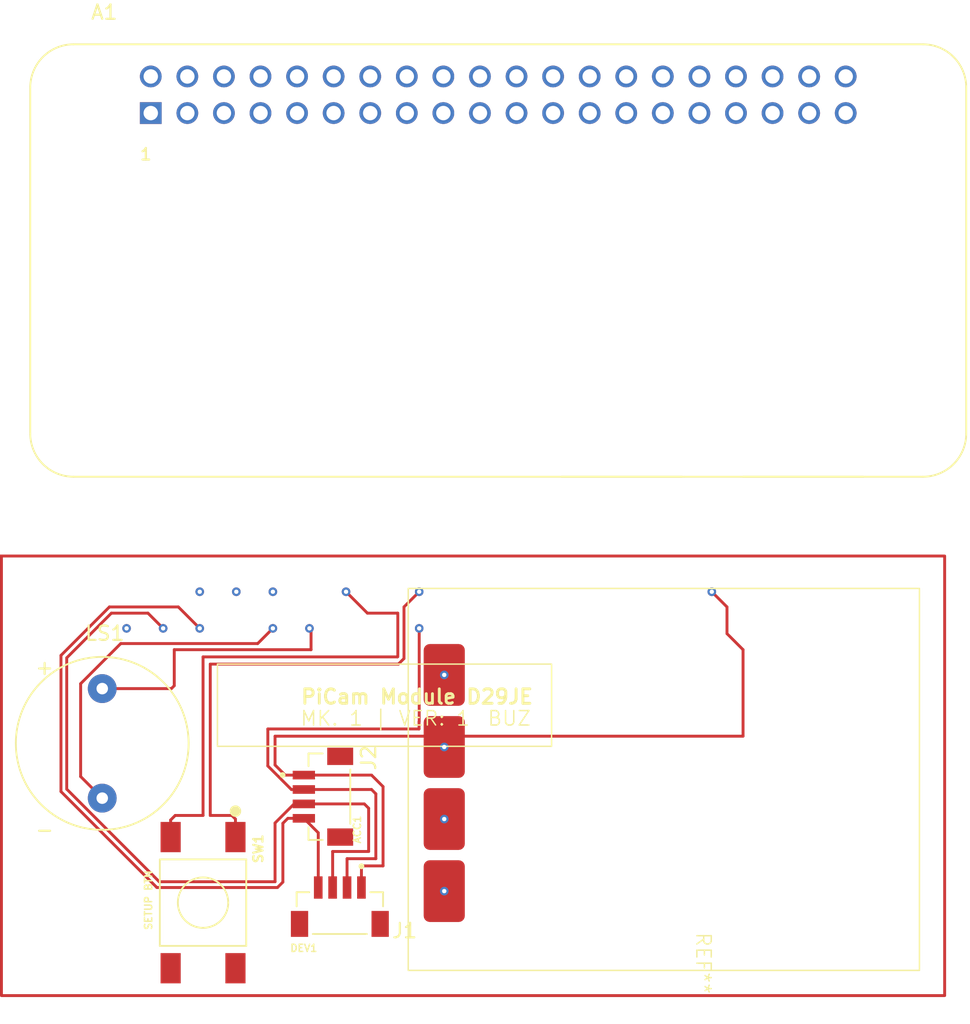
<source format=kicad_pcb>
(kicad_pcb (version 20241229) (generator "pcbnew") (generator_version "9.0")
  (layers (0 "F.Cu" signal) (2 "B.Cu" signal) (13 "F.Paste" user) (15 "B.Paste" user) (5 "F.SilkS" user "F.Silkscreen") (7 "B.SilkS" user "B.Silkscreen") (1 "F.Mask" user) (3 "B.Mask" user) (25 "Edge.Cuts" user))
  (net 0 "")
  (net 10 "Net-(A1-GPIO2{slash}SDA)")
  (net 11 "Net-(A1-GND[1])")
  (net 17 "Net-(A1-GND[4])")
  (net 18 "Net-(A1-GEN5{slash}GPIO24)")
  (net 28 "Net-(A1-GND[7])")
  (net 30 "Net-(A1-GPIO17{slash}GEN0)")
  (net 31 "Net-(A1-3V3[2])")
  (net 32 "Net-(A1-GPIO3{slash}SCL)")
  (net 36 "Net-(J1-SHIELD-PadSH1)")
  (net 37 "Net-(J2-SHIELD-PadSH1)")
  (net 40 "unconnected-(A1-GND[8]-Pad6)")
  (net 41 "unconnected-(A1-3V3[1]-Pad1)")
  (net 42 "unconnected-(A1-TXD0{slash}GPIO14-Pad8)")
  (net 43 "unconnected-(A1-RXD0{slash}GPIO15-Pad10)")
  (footprint "4328:ADAFRUIT_4328" (layer "F.Cu") (at 185 74.775 180)
    (property "Reference" "J1" (at -4.5 -1.225 0) (layer "F.SilkS"))
    (property "Value" "4328")
    (fp_line (start 3 1.45) (end 3 0.47) (stroke (width 0.127)) (layer "F.SilkS"))
    (fp_line (start 3 1.45) (end 2.12 1.45) (stroke (width 0.127)) (layer "F.SilkS"))
    (fp_line (start -1.88 -1.45) (end 1.88 -1.45) (stroke (width 0.127)) (layer "F.SilkS"))
    (fp_line (start -2.12 1.45) (end -3 1.45) (stroke (width 0.127)) (layer "F.SilkS"))
    (fp_line (start -3 1.45) (end -3 0.47) (stroke (width 0.127)) (layer "F.SilkS"))
    (fp_circle (center -1.5 3.25) (end -1.4 3.25) (stroke (width 0.2)) (fill no) (layer "F.SilkS"))
    (pad "1" smd rect (at -1.5 1.775 180) (size 0.6 1.55) (layers "F.Cu" "F.Mask" "F.Paste") (net 28 "Net-(A1-GND[7])"))
    (pad "2" smd rect (at -0.5 1.775 180) (size 0.6 1.55) (layers "F.Cu" "F.Mask" "F.Paste") (net 31 "Net-(A1-3V3[2])"))
    (pad "3" smd rect (at 0.5 1.775 180) (size 0.6 1.55) (layers "F.Cu" "F.Mask" "F.Paste") (net 10 "Net-(A1-GPIO2{slash}SDA)"))
    (pad "4" smd rect (at 1.5 1.775 180) (size 0.6 1.55) (layers "F.Cu" "F.Mask" "F.Paste") (net 32 "Net-(A1-GPIO3{slash}SCL)"))
    (pad "SH1" smd rect (at -2.8 -0.75 180) (size 1.2 1.8) (layers "F.Cu" "F.Mask" "F.Paste") (net 36 "Net-(J1-SHIELD-PadSH1)"))
    (pad "SH2" smd rect (at 2.8 -0.75 180) (size 1.2 1.8) (layers "F.Cu" "F.Mask" "F.Paste") (net 36 "Net-(J1-SHIELD-PadSH1)"))
  )
  (footprint "CMI-1295IC-0385T:CUI_CMI-1295IC-0385T" (layer "F.Cu") (at 168.5 63)
    (property "Reference" "LS1" (at 0.175 -7.635 0) (layer "F.SilkS"))
    (property "Value" "CMI-1295IC-0385T")
    (fp_circle (center 0 0) (end 6 0) (stroke (width 0.127)) (fill no) (layer "F.SilkS"))
    (fp_text user "-" (at -4 5.99 0) (layer "F.SilkS"))
    (fp_text user "+" (at -4 -5.27 0) (layer "F.SilkS"))
    (pad "N" thru_hole circle (at 0 3.8) (size 2 2) (drill 0.8) (layers "*.Cu" "*.Mask") (net 11 "Net-(A1-GND[1])"))
    (pad "P" thru_hole circle (at 0 -3.8) (size 2 2) (drill 0.8) (layers "*.Cu" "*.Mask") (net 30 "Net-(A1-GPIO17{slash}GEN0)"))
  )
  (footprint "RASPBERRYPI-ZERO:RASPBERRYPI-ZERO_RPI-ZERO" (layer "F.Cu") (at 196 18)
    (property "Reference" "A1" (at -27.3566 -5.72581 0) (layer "F.SilkS") (effects (font (size 1.00189 1.00189))))
    (property "Value" "RASPBERRYPI-ZERO")
    (fp_line (start -32.5 -0.5) (end -32.5 23.5) (stroke (width 0.127)) (layer "F.SilkS"))
    (fp_line (start -29.5 26.5) (end 29.5 26.5) (stroke (width 0.127)) (layer "F.SilkS"))
    (fp_line (start 4.4 26.5) (end 12.75 26.5) (stroke (width 0.127)) (layer "F.SilkS"))
    (fp_line (start 17 26.5) (end 25.35 26.5) (stroke (width 0.127)) (layer "F.SilkS"))
    (fp_line (start 29.5 -3.5) (end -29.5 -3.5) (stroke (width 0.127)) (layer "F.SilkS"))
    (fp_line (start 32.5 23.5) (end 32.5 -0.5) (stroke (width 0.127)) (layer "F.SilkS"))
    (fp_arc (start -32.5 -0.5) (mid -31.62132 -2.62132) (end -29.5 -3.5) (stroke (width 0.127)) (layer "F.SilkS"))
    (fp_arc (start -29.5 26.5) (mid -31.62132 25.62132) (end -32.5 23.5) (stroke (width 0.127)) (layer "F.SilkS"))
    (fp_arc (start 29.5 -3.5) (mid 31.62132 -2.62132) (end 32.5 -0.5) (stroke (width 0.127)) (layer "F.SilkS"))
    (fp_arc (start 32.5 23.5) (mid 31.62132 25.62132) (end 29.5 26.5) (stroke (width 0.127)) (layer "F.SilkS"))
    (fp_text user "1" (at -24.4727 4.13175 0) (layer "F.SilkS") (effects (font (size 0.800827 0.800827))))
    (pad "" np_thru_hole circle (at -29 0) (size 2.75 2.75) (drill 2.75) (layers "*.Cu" "*.Mask"))
    (pad "" np_thru_hole circle (at -29 23) (size 2.75 2.75) (drill 2.75) (layers "*.Cu" "*.Mask"))
    (pad "" np_thru_hole circle (at 29 0) (size 2.75 2.75) (drill 2.75) (layers "*.Cu" "*.Mask"))
    (pad "" np_thru_hole circle (at 29 23) (size 2.75 2.75) (drill 2.75) (layers "*.Cu" "*.Mask"))
    (pad "1" thru_hole rect (at -24.13 1.27) (size 1.508 1.508) (drill 1) (layers "*.Cu" "*.Mask") (net 41 "unconnected-(A1-3V3[1]-Pad1)"))
    (pad "2" thru_hole circle (at -24.13 -1.27) (size 1.508 1.508) (drill 1) (layers "*.Cu" "*.Mask"))
    (pad "3" thru_hole circle (at -21.59 1.27) (size 1.508 1.508) (drill 1) (layers "*.Cu" "*.Mask") (net 10 "Net-(A1-GPIO2{slash}SDA)"))
    (pad "4" thru_hole circle (at -21.59 -1.27) (size 1.508 1.508) (drill 1) (layers "*.Cu" "*.Mask"))
    (pad "5" thru_hole circle (at -19.05 1.27) (size 1.508 1.508) (drill 1) (layers "*.Cu" "*.Mask") (net 32 "Net-(A1-GPIO3{slash}SCL)"))
    (pad "6" thru_hole circle (at -19.05 -1.27) (size 1.508 1.508) (drill 1) (layers "*.Cu" "*.Mask") (net 40 "unconnected-(A1-GND[8]-Pad6)"))
    (pad "7" thru_hole circle (at -16.51 1.27) (size 1.508 1.508) (drill 1) (layers "*.Cu" "*.Mask"))
    (pad "8" thru_hole circle (at -16.51 -1.27) (size 1.508 1.508) (drill 1) (layers "*.Cu" "*.Mask") (net 42 "unconnected-(A1-TXD0{slash}GPIO14-Pad8)"))
    (pad "9" thru_hole circle (at -13.97 1.27) (size 1.508 1.508) (drill 1) (layers "*.Cu" "*.Mask") (net 11 "Net-(A1-GND[1])"))
    (pad "10" thru_hole circle (at -13.97 -1.27) (size 1.508 1.508) (drill 1) (layers "*.Cu" "*.Mask") (net 43 "unconnected-(A1-RXD0{slash}GPIO15-Pad10)"))
    (pad "11" thru_hole circle (at -11.43 1.27) (size 1.508 1.508) (drill 1) (layers "*.Cu" "*.Mask") (net 30 "Net-(A1-GPIO17{slash}GEN0)"))
    (pad "12" thru_hole circle (at -11.43 -1.27) (size 1.508 1.508) (drill 1) (layers "*.Cu" "*.Mask"))
    (pad "13" thru_hole circle (at -8.89 1.27) (size 1.508 1.508) (drill 1) (layers "*.Cu" "*.Mask"))
    (pad "14" thru_hole circle (at -8.89 -1.27) (size 1.508 1.508) (drill 1) (layers "*.Cu" "*.Mask") (net 17 "Net-(A1-GND[4])"))
    (pad "15" thru_hole circle (at -6.35 1.27) (size 1.508 1.508) (drill 1) (layers "*.Cu" "*.Mask"))
    (pad "16" thru_hole circle (at -6.35 -1.27) (size 1.508 1.508) (drill 1) (layers "*.Cu" "*.Mask"))
    (pad "17" thru_hole circle (at -3.81 1.27) (size 1.508 1.508) (drill 1) (layers "*.Cu" "*.Mask") (net 31 "Net-(A1-3V3[2])"))
    (pad "18" thru_hole circle (at -3.81 -1.27) (size 1.508 1.508) (drill 1) (layers "*.Cu" "*.Mask") (net 18 "Net-(A1-GEN5{slash}GPIO24)"))
    (pad "19" thru_hole circle (at -1.27 1.27) (size 1.508 1.508) (drill 1) (layers "*.Cu" "*.Mask"))
    (pad "20" thru_hole circle (at -1.27 -1.27) (size 1.508 1.508) (drill 1) (layers "*.Cu" "*.Mask"))
    (pad "21" thru_hole circle (at 1.27 1.27) (size 1.508 1.508) (drill 1) (layers "*.Cu" "*.Mask"))
    (pad "22" thru_hole circle (at 1.27 -1.27) (size 1.508 1.508) (drill 1) (layers "*.Cu" "*.Mask"))
    (pad "23" thru_hole circle (at 3.81 1.27) (size 1.508 1.508) (drill 1) (layers "*.Cu" "*.Mask"))
    (pad "24" thru_hole circle (at 3.81 -1.27) (size 1.508 1.508) (drill 1) (layers "*.Cu" "*.Mask"))
    (pad "25" thru_hole circle (at 6.35 1.27) (size 1.508 1.508) (drill 1) (layers "*.Cu" "*.Mask"))
    (pad "26" thru_hole circle (at 6.35 -1.27) (size 1.508 1.508) (drill 1) (layers "*.Cu" "*.Mask"))
    (pad "27" thru_hole circle (at 8.89 1.27) (size 1.508 1.508) (drill 1) (layers "*.Cu" "*.Mask"))
    (pad "28" thru_hole circle (at 8.89 -1.27) (size 1.508 1.508) (drill 1) (layers "*.Cu" "*.Mask"))
    (pad "29" thru_hole circle (at 11.43 1.27) (size 1.508 1.508) (drill 1) (layers "*.Cu" "*.Mask"))
    (pad "30" thru_hole circle (at 11.43 -1.27) (size 1.508 1.508) (drill 1) (layers "*.Cu" "*.Mask"))
    (pad "31" thru_hole circle (at 13.97 1.27) (size 1.508 1.508) (drill 1) (layers "*.Cu" "*.Mask"))
    (pad "32" thru_hole circle (at 13.97 -1.27) (size 1.508 1.508) (drill 1) (layers "*.Cu" "*.Mask"))
    (pad "33" thru_hole circle (at 16.51 1.27) (size 1.508 1.508) (drill 1) (layers "*.Cu" "*.Mask"))
    (pad "34" thru_hole circle (at 16.51 -1.27) (size 1.508 1.508) (drill 1) (layers "*.Cu" "*.Mask") (net 28 "Net-(A1-GND[7])"))
    (pad "35" thru_hole circle (at 19.05 1.27) (size 1.508 1.508) (drill 1) (layers "*.Cu" "*.Mask"))
    (pad "36" thru_hole circle (at 19.05 -1.27) (size 1.508 1.508) (drill 1) (layers "*.Cu" "*.Mask"))
    (pad "37" thru_hole circle (at 21.59 1.27) (size 1.508 1.508) (drill 1) (layers "*.Cu" "*.Mask"))
    (pad "38" thru_hole circle (at 21.59 -1.27) (size 1.508 1.508) (drill 1) (layers "*.Cu" "*.Mask"))
    (pad "39" thru_hole circle (at 24.13 1.27) (size 1.508 1.508) (drill 1) (layers "*.Cu" "*.Mask"))
    (pad "40" thru_hole circle (at 24.13 -1.27) (size 1.508 1.508) (drill 1) (layers "*.Cu" "*.Mask"))
  )
  (footprint "4328:ADAFRUIT_4328" (layer "F.Cu") (at 184.275 66.7 -90)
    (property "Reference" "J2" (at -2.7 -2.725 270) (layer "F.SilkS"))
    (property "Value" "4328")
    (fp_line (start -3 1.45) (end -3 0.47) (stroke (width 0.127)) (layer "F.SilkS"))
    (fp_line (start -2.12 1.45) (end -3 1.45) (stroke (width 0.127)) (layer "F.SilkS"))
    (fp_line (start 3 1.45) (end 2.12 1.45) (stroke (width 0.127)) (layer "F.SilkS"))
    (fp_line (start 3 1.45) (end 3 0.47) (stroke (width 0.127)) (layer "F.SilkS"))
    (fp_line (start -1.88 -1.45) (end 1.88 -1.45) (stroke (width 0.127)) (layer "F.SilkS"))
    (fp_circle (center -1.5 3.25) (end -1.4 3.25) (stroke (width 0.2)) (fill no) (layer "F.SilkS"))
    (pad "1" smd rect (at -1.5 1.775 270) (size 0.6 1.55) (layers "F.Cu" "F.Mask" "F.Paste") (net 28 "Net-(A1-GND[7])"))
    (pad "2" smd rect (at -0.5 1.775 270) (size 0.6 1.55) (layers "F.Cu" "F.Mask" "F.Paste") (net 31 "Net-(A1-3V3[2])"))
    (pad "3" smd rect (at 0.5 1.775 270) (size 0.6 1.55) (layers "F.Cu" "F.Mask" "F.Paste") (net 10 "Net-(A1-GPIO2{slash}SDA)"))
    (pad "4" smd rect (at 1.5 1.775 270) (size 0.6 1.55) (layers "F.Cu" "F.Mask" "F.Paste") (net 32 "Net-(A1-GPIO3{slash}SCL)"))
    (pad "SH1" smd rect (at -2.8 -0.75 270) (size 1.2 1.8) (layers "F.Cu" "F.Mask" "F.Paste") (net 37 "Net-(J2-SHIELD-PadSH1)"))
    (pad "SH2" smd rect (at 2.8 -0.75 270) (size 1.2 1.8) (layers "F.Cu" "F.Mask" "F.Paste") (net 37 "Net-(J2-SHIELD-PadSH1)"))
  )
  (footprint "4-1437565-9:TE_4-1437565-9" (layer "F.Cu") (at 175.5 74.05 -90)
    (property "Reference" "SW1" (at -3.73894 -3.836066 90) (layer "F.SilkS") (effects (font (size 0.642214 0.642214))))
    (property "Value" "4-1437565-9")
    (fp_line (start -2.99212 3) (end 3 3) (stroke (width 0.127)) (layer "F.SilkS"))
    (fp_line (start 3 3) (end 3 -3) (stroke (width 0.127)) (layer "F.SilkS"))
    (fp_line (start -3 -3) (end -2.99974 2.9972) (stroke (width 0.127)) (layer "F.SilkS"))
    (fp_line (start 3 -3) (end -3 -3) (stroke (width 0.127)) (layer "F.SilkS"))
    (fp_circle (center 0 0) (end 1.75 0) (stroke (width 0.127)) (fill no) (layer "F.SilkS"))
    (fp_circle (center -6.35 -2.25) (end -6.15 -2.25) (stroke (width 0.4)) (fill no) (layer "F.SilkS"))
    (pad "1" smd rect (at -4.55 -2.25 270) (size 2.1 1.4) (layers "F.Cu" "F.Mask" "F.Paste") (net 18 "Net-(A1-GEN5{slash}GPIO24)"))
    (pad "2" smd rect (at 4.55 -2.25 270) (size 2.1 1.4) (layers "F.Cu" "F.Mask" "F.Paste"))
    (pad "3" smd rect (at -4.55 2.25 270) (size 2.1 1.4) (layers "F.Cu" "F.Mask" "F.Paste") (net 17 "Net-(A1-GND[4])"))
    (pad "4" smd rect (at 4.55 2.25 270) (size 2.1 1.4) (layers "F.Cu" "F.Mask" "F.Paste"))
  )
  (footprint "GPS-MODULE:gy-gps6mv2_gps_module" (layer "F.Cu") (at 209.75 78.25 -90)
    (property "Reference" "REF**" (at 0 -0.5 270) (layer "F.SilkS") (effects (font (thickness 0.1))))
    (property "Value" "GPSModule")
    (fp_rect (start -26 -15.5) (end 0.5 20) (stroke (width 0.1)) (fill no) (layer "F.SilkS"))
    (pad "1" smd roundrect (at -20 17.5 270) (size 4.28625 2.8575) (layers "F.Cu" "F.Mask" "F.Paste") (roundrect_rratio 0.15))
    (pad "2" smd roundrect (at -15 17.5 270) (size 4.28625 2.8575) (layers "F.Cu" "F.Mask" "F.Paste") (roundrect_rratio 0.15))
    (pad "3" smd roundrect (at -10 17.5 270) (size 4.28625 2.8575) (layers "F.Cu" "F.Mask" "F.Paste") (roundrect_rratio 0.15))
    (pad "4" smd roundrect (at -5 17.5 270) (size 4.28625 2.8575) (layers "F.Cu" "F.Mask" "F.Paste") (roundrect_rratio 0.15))
  )
  (gr_rect (start 161.5 50) (end 227 80.5) (stroke (width 0.2)) (fill no) (layer "F.Cu"))
  (gr_rect (start 176.5 57.5) (end 199.70316 63.20316) (stroke (width 0.1)) (fill no) (layer "F.SilkS"))
  (gr_text "DEV1" (at 181.5 77.5 0) (layer "F.SilkS") (effects (font (size 0.5 0.5) (thickness 0.1)) (justify left bottom)))
  (gr_text "ACC1" (at 186.5 70 90) (layer "F.SilkS") (effects (font (size 0.5 0.5) (thickness 0.1)) (justify left bottom)))
  (gr_text "PiCam Module D29JE" (at 182.20316 60.35158 0) (layer "F.SilkS") (effects (font (size 1 1) (thickness 0.2) (bold yes)) (justify left bottom)))
  (gr_text "MK. 1 | VER: 1" (at 182.20316 61.85158 0) (layer "F.SilkS") (effects (font (size 1 1) (thickness 0.1)) (justify left bottom)))
  (gr_text "SETUP BTN" (at 172 76 90) (layer "F.SilkS") (effects (font (size 0.5 0.5) (thickness 0.1)) (justify left bottom)))
  (gr_text "BUZ" (at 195.20316 61.85158 0) (layer "F.SilkS") (effects (font (size 1 1) (thickness 0.1)) (justify left bottom)))
  (via (at 192.25 68.25) (size 0.6) (drill 0.3) (layers "F.Cu" "B.Cu") (net 0))
  (via (at 192.25 73.25) (size 0.6) (drill 0.3) (layers "F.Cu" "B.Cu") (net 0))
  (via (at 192.25 58.25) (size 0.6) (drill 0.3) (layers "F.Cu" "B.Cu") (net 0))
  (segment (start 182.5 67.2) (end 181.823 67.2) (width 0.2) (layer "F.Cu") (net 10))
  (segment (start 184.5 70.5) (end 187 70.5) (width 0.2) (layer "F.Cu") (net 10))
  (segment (start 166.034933 66.174825) (end 166.034933 57.065067) (width 0.2) (layer "F.Cu") (net 10))
  (segment (start 184.5 73) (end 184.5 70.5) (width 0.2) (layer "F.Cu") (net 10))
  (segment (start 166.034933 57.065067) (end 169.135 53.965) (width 0.2) (layer "F.Cu") (net 10))
  (segment (start 187 67.5) (end 186.7 67.2) (width 0.2) (layer "F.Cu") (net 10))
  (segment (start 187 70.5) (end 187 67.5) (width 0.2) (layer "F.Cu") (net 10))
  (segment (start 181.823 67.2) (end 180.5 68.523) (width 0.2) (layer "F.Cu") (net 10))
  (segment (start 180.5 68.523) (end 180.5 72.6) (width 0.2) (layer "F.Cu") (net 10))
  (segment (start 171.675 53.965) (end 172.73 55.02) (width 0.2) (layer "F.Cu") (net 10))
  (segment (start 180.5 72.6) (end 172.460108 72.6) (width 0.2) (layer "F.Cu") (net 10))
  (segment (start 172.460108 72.6) (end 166.034933 66.174825) (width 0.2) (layer "F.Cu") (net 10))
  (segment (start 186.7 67.2) (end 182.5 67.2) (width 0.2) (layer "F.Cu") (net 10))
  (segment (start 169.135 53.965) (end 171.675 53.965) (width 0.2) (layer "F.Cu") (net 10))
  (via (at 172.73 55.02) (size 0.6) (drill 0.3) (layers "F.Cu" "B.Cu") (net 10))
  (segment (start 179.295 56.075) (end 180.35 55.02) (width 0.2) (layer "F.Cu") (net 11))
  (segment (start 167 65.3) (end 167 58.860108) (width 0.2) (layer "F.Cu") (net 11))
  (segment (start 169.785108 56.075) (end 179.295 56.075) (width 0.2) (layer "F.Cu") (net 11))
  (segment (start 168.5 66.8) (end 167 65.3) (width 0.2) (layer "F.Cu") (net 11))
  (segment (start 167 58.860108) (end 169.785108 56.075) (width 0.2) (layer "F.Cu") (net 11))
  (via (at 180.35 55.02) (size 0.6) (drill 0.3) (layers "F.Cu" "B.Cu") (net 11))
  (segment (start 186.915 53.965) (end 185.43 52.48) (width 0.2) (layer "F.Cu") (net 17))
  (segment (start 186.915 53.965) (end 189.019 53.965) (width 0.2) (layer "F.Cu") (net 17))
  (segment (start 189.027 56.973) (end 189.027 53.973) (width 0.2) (layer "F.Cu") (net 17))
  (segment (start 189 57) (end 189.027 56.973) (width 0.2) (layer "F.Cu") (net 17))
  (segment (start 175.5 57) (end 189 57) (width 0.2) (layer "F.Cu") (net 17))
  (segment (start 175.5 68) (end 175.5 57) (width 0.2) (layer "F.Cu") (net 17))
  (segment (start 173.5671 68) (end 175.5 68) (width 0.2) (layer "F.Cu") (net 17))
  (segment (start 173.25 69.5) (end 173.25 68.3171) (width 0.2) (layer "F.Cu") (net 17))
  (segment (start 173.25 68.3171) (end 173.5671 68) (width 0.2) (layer "F.Cu") (net 17))
  (segment (start 189.019 53.965) (end 189.027 53.973) (width 0.2) (layer "F.Cu") (net 17))
  (via (at 185.43 52.48) (size 0.6) (drill 0.3) (layers "F.Cu" "B.Cu") (net 17))
  (segment (start 177.5 68) (end 176 68) (width 0.2) (layer "F.Cu") (net 18))
  (segment (start 176 68) (end 176 57.5) (width 0.2) (layer "F.Cu") (net 18))
  (segment (start 189.455 57.1121) (end 189.455 53.535) (width 0.2) (layer "F.Cu") (net 18))
  (segment (start 189.0671 57.5) (end 189.455 57.1121) (width 0.2) (layer "F.Cu") (net 18))
  (segment (start 176 57.5) (end 189.0671 57.5) (width 0.2) (layer "F.Cu") (net 18))
  (segment (start 177.75 69.5) (end 178 69.25) (width 0.2) (layer "F.Cu") (net 18))
  (segment (start 177.75 68.25) (end 177.5 68) (width 0.2) (layer "F.Cu") (net 18))
  (segment (start 189.455 53.535) (end 190.51 52.48) (width 0.2) (layer "F.Cu") (net 18))
  (segment (start 177.75 69.5) (end 177.75 68.25) (width 0.2) (layer "F.Cu") (net 18))
  (via (at 190.51 52.48) (size 0.6) (drill 0.3) (layers "F.Cu" "B.Cu") (net 18))
  (segment (start 188 71.5) (end 188 66) (width 0.2) (layer "F.Cu") (net 28))
  (segment (start 180.5 64.5) (end 180.5 62.5) (width 0.2) (layer "F.Cu") (net 28))
  (segment (start 211.885 53.535) (end 210.83 52.48) (width 0.2) (layer "F.Cu") (net 28))
  (segment (start 182.5 65.2) (end 181.2 65.2) (width 0.2) (layer "F.Cu") (net 28))
  (segment (start 188 66) (end 187.2 65.2) (width 0.2) (layer "F.Cu") (net 28))
  (segment (start 186.5 71.5) (end 188 71.5) (width 0.2) (layer "F.Cu") (net 28))
  (segment (start 181.2 65.2) (end 180.5 64.5) (width 0.2) (layer "F.Cu") (net 28))
  (segment (start 213 62.5) (end 213 56.5) (width 0.2) (layer "F.Cu") (net 28))
  (segment (start 211.885 55.385) (end 211.885 53.535) (width 0.2) (layer "F.Cu") (net 28))
  (segment (start 213 56.5) (end 211.885 55.385) (width 0.2) (layer "F.Cu") (net 28))
  (segment (start 180.5 62.5) (end 213 62.5) (width 0.2) (layer "F.Cu") (net 28))
  (segment (start 187.2 65.2) (end 182.5 65.2) (width 0.2) (layer "F.Cu") (net 28))
  (segment (start 186.5 73) (end 186.5 71.5) (width 0.2) (layer "F.Cu") (net 28))
  (via (at 192.25 63.25) (size 0.6) (drill 0.3) (layers "F.Cu" "B.Cu") (net 28))
  (via (at 210.83 52.48) (size 0.6) (drill 0.3) (layers "F.Cu" "B.Cu") (net 28))
  (segment (start 173.5 56.5) (end 183 56.5) (width 0.2) (layer "F.Cu") (net 30))
  (segment (start 173.5 59) (end 173.5 56.5) (width 0.2) (layer "F.Cu") (net 30))
  (segment (start 173.3 59.2) (end 173.5 59) (width 0.2) (layer "F.Cu") (net 30))
  (segment (start 183 56.5) (end 183 55.13) (width 0.2) (layer "F.Cu") (net 30))
  (segment (start 183 55.13) (end 182.89 55.02) (width 0.2) (layer "F.Cu") (net 30))
  (segment (start 168.5 59.2) (end 173.3 59.2) (width 0.2) (layer "F.Cu") (net 30))
  (via (at 182.89 55.02) (size 0.6) (drill 0.3) (layers "F.Cu" "B.Cu") (net 30))
  (segment (start 180 62) (end 190.5 62) (width 0.2) (layer "F.Cu") (net 31))
  (segment (start 187.2 66.2) (end 182.5 66.2) (width 0.2) (layer "F.Cu") (net 31))
  (segment (start 190.51 61.49) (end 190.51 55.02) (width 0.2) (layer "F.Cu") (net 31))
  (segment (start 181.6329 66.2) (end 180 64.5671) (width 0.2) (layer "F.Cu") (net 31))
  (segment (start 180 64.5671) (end 180 62) (width 0.2) (layer "F.Cu") (net 31))
  (segment (start 190.5 61.5) (end 190.51 61.49) (width 0.2) (layer "F.Cu") (net 31))
  (segment (start 187.5 66.5) (end 187.2 66.2) (width 0.2) (layer "F.Cu") (net 31))
  (segment (start 187.5 71) (end 187.5 66.5) (width 0.2) (layer "F.Cu") (net 31))
  (segment (start 182.5 66.2) (end 181.6329 66.2) (width 0.2) (layer "F.Cu") (net 31))
  (segment (start 185.5 71) (end 187.5 71) (width 0.2) (layer "F.Cu") (net 31))
  (segment (start 190.5 62) (end 190.5 61.5) (width 0.2) (layer "F.Cu") (net 31))
  (segment (start 185.5 73) (end 185.5 71) (width 0.2) (layer "F.Cu") (net 31))
  (via (at 190.51 55.02) (size 0.6) (drill 0.3) (layers "F.Cu" "B.Cu") (net 31))
  (segment (start 183.5 73) (end 183.5 69.2) (width 0.2) (layer "F.Cu") (net 32))
  (segment (start 172.294008 73.001) (end 165.633933 66.340925) (width 0.2) (layer "F.Cu") (net 32))
  (segment (start 182.5 68.2) (end 181.3901 68.2) (width 0.2) (layer "F.Cu") (net 32))
  (segment (start 168.9979 53.535) (end 173.785 53.535) (width 0.2) (layer "F.Cu") (net 32))
  (segment (start 183.5 69.2) (end 182.5 68.2) (width 0.2) (layer "F.Cu") (net 32))
  (segment (start 181.3901 68.2) (end 181.04505 68.54505) (width 0.2) (layer "F.Cu") (net 32))
  (segment (start 181.04505 72.62205) (end 180.6661 73.001) (width 0.2) (layer "F.Cu") (net 32))
  (segment (start 165.633933 56.898967) (end 168.9979 53.535) (width 0.2) (layer "F.Cu") (net 32))
  (segment (start 165.633933 66.340925) (end 165.633933 56.898967) (width 0.2) (layer "F.Cu") (net 32))
  (segment (start 180.6661 73.001) (end 172.294008 73.001) (width 0.2) (layer "F.Cu") (net 32))
  (segment (start 173.785 53.535) (end 175.27 55.02) (width 0.2) (layer "F.Cu") (net 32))
  (segment (start 181.04505 68.54505) (end 181.04505 72.62205) (width 0.2) (layer "F.Cu") (net 32))
  (via (at 175.27 55.02) (size 0.6) (drill 0.3) (layers "F.Cu" "B.Cu") (net 32))
  (via (at 175.27 52.48) (size 0.6) (drill 0.3) (layers "F.Cu" "B.Cu") (net 40))
  (via (at 170.19 55.02) (size 0.6) (drill 0.3) (layers "F.Cu" "B.Cu") (net 41))
  (via (at 177.81 52.48) (size 0.6) (drill 0.3) (layers "F.Cu" "B.Cu") (net 42))
  (via (at 180.35 52.48) (size 0.6) (drill 0.3) (layers "F.Cu" "B.Cu") (net 43))
)
</source>
